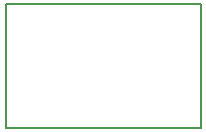
<source format=gbr>
G04 #@! TF.GenerationSoftware,KiCad,Pcbnew,(5.0-dev-4115-gdd04bcb)*
G04 #@! TF.CreationDate,2018-05-14T20:36:13-07:00*
G04 #@! TF.ProjectId,buffer,6275666665722E6B696361645F706362,rev?*
G04 #@! TF.SameCoordinates,Original*
G04 #@! TF.FileFunction,Profile,NP*
%FSLAX46Y46*%
G04 Gerber Fmt 4.6, Leading zero omitted, Abs format (unit mm)*
G04 Created by KiCad (PCBNEW (5.0-dev-4115-gdd04bcb)) date Monday, May 14, 2018 at 08:36:13 PM*
%MOMM*%
%LPD*%
G01*
G04 APERTURE LIST*
%ADD10C,0.150000*%
G04 APERTURE END LIST*
D10*
X169750000Y-110750000D02*
X153250000Y-110750000D01*
X169750000Y-121250000D02*
X169750000Y-110750000D01*
X153250000Y-121250000D02*
X169750000Y-121250000D01*
X153250000Y-110750000D02*
X153250000Y-121250000D01*
M02*

</source>
